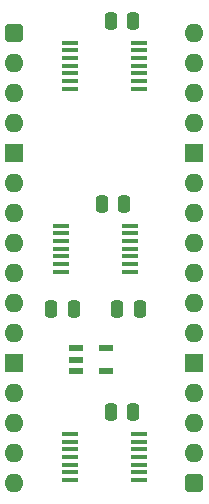
<source format=gbr>
%TF.GenerationSoftware,KiCad,Pcbnew,7.0.5*%
%TF.CreationDate,2024-01-22T11:39:12+02:00*%
%TF.ProjectId,Blank and Sync,426c616e-6b20-4616-9e64-2053796e632e,rev?*%
%TF.SameCoordinates,Original*%
%TF.FileFunction,Soldermask,Top*%
%TF.FilePolarity,Negative*%
%FSLAX46Y46*%
G04 Gerber Fmt 4.6, Leading zero omitted, Abs format (unit mm)*
G04 Created by KiCad (PCBNEW 7.0.5) date 2024-01-22 11:39:12*
%MOMM*%
%LPD*%
G01*
G04 APERTURE LIST*
G04 Aperture macros list*
%AMRoundRect*
0 Rectangle with rounded corners*
0 $1 Rounding radius*
0 $2 $3 $4 $5 $6 $7 $8 $9 X,Y pos of 4 corners*
0 Add a 4 corners polygon primitive as box body*
4,1,4,$2,$3,$4,$5,$6,$7,$8,$9,$2,$3,0*
0 Add four circle primitives for the rounded corners*
1,1,$1+$1,$2,$3*
1,1,$1+$1,$4,$5*
1,1,$1+$1,$6,$7*
1,1,$1+$1,$8,$9*
0 Add four rect primitives between the rounded corners*
20,1,$1+$1,$2,$3,$4,$5,0*
20,1,$1+$1,$4,$5,$6,$7,0*
20,1,$1+$1,$6,$7,$8,$9,0*
20,1,$1+$1,$8,$9,$2,$3,0*%
G04 Aperture macros list end*
%ADD10RoundRect,0.250000X-0.250000X-0.475000X0.250000X-0.475000X0.250000X0.475000X-0.250000X0.475000X0*%
%ADD11RoundRect,0.250000X0.250000X0.475000X-0.250000X0.475000X-0.250000X-0.475000X0.250000X-0.475000X0*%
%ADD12R,1.475000X0.450000*%
%ADD13RoundRect,0.400000X-0.400000X-0.400000X0.400000X-0.400000X0.400000X0.400000X-0.400000X0.400000X0*%
%ADD14O,1.600000X1.600000*%
%ADD15R,1.600000X1.600000*%
%ADD16R,1.150000X0.600000*%
G04 APERTURE END LIST*
D10*
%TO.C,C10*%
X123018000Y-76708000D03*
X124918000Y-76708000D03*
%TD*%
D11*
%TO.C,C3*%
X124378000Y-85471000D03*
X122478000Y-85471000D03*
%TD*%
D12*
%TO.C,IC1*%
X118982000Y-54184000D03*
X118982000Y-54834000D03*
X118982000Y-55484000D03*
X118982000Y-56134000D03*
X118982000Y-56784000D03*
X118982000Y-57434000D03*
X118982000Y-58084000D03*
X124858000Y-58084000D03*
X124858000Y-57434000D03*
X124858000Y-56784000D03*
X124858000Y-56134000D03*
X124858000Y-55484000D03*
X124858000Y-54834000D03*
X124858000Y-54184000D03*
%TD*%
D13*
%TO.C,J1*%
X114300000Y-53340000D03*
D14*
X114300000Y-55880000D03*
X114300000Y-58420000D03*
X114300000Y-60960000D03*
D15*
X114300000Y-63500000D03*
D14*
X114300000Y-66040000D03*
X114300000Y-68580000D03*
X114300000Y-71120000D03*
X114300000Y-73660000D03*
X114300000Y-76200000D03*
X114300000Y-78740000D03*
D15*
X114300000Y-81280000D03*
D14*
X114300000Y-83820000D03*
X114300000Y-86360000D03*
X114300000Y-88900000D03*
X114300000Y-91440000D03*
D13*
X129540000Y-91440000D03*
D14*
X129540000Y-88900000D03*
X129540000Y-86360000D03*
X129540000Y-83820000D03*
D15*
X129540000Y-81280000D03*
D14*
X129540000Y-78740000D03*
X129540000Y-76200000D03*
X129540000Y-73660000D03*
X129540000Y-71120000D03*
X129540000Y-68580000D03*
X129540000Y-66040000D03*
D15*
X129540000Y-63500000D03*
D14*
X129540000Y-60960000D03*
X129540000Y-58420000D03*
X129540000Y-55880000D03*
X129540000Y-53340000D03*
%TD*%
D11*
%TO.C,C5*%
X124378000Y-52324000D03*
X122478000Y-52324000D03*
%TD*%
D16*
%TO.C,IC4*%
X119477000Y-80076000D03*
X119477000Y-81026000D03*
X119477000Y-81976000D03*
X122077000Y-81976000D03*
X122077000Y-80076000D03*
%TD*%
D12*
%TO.C,IC3*%
X118220000Y-69678000D03*
X118220000Y-70328000D03*
X118220000Y-70978000D03*
X118220000Y-71628000D03*
X118220000Y-72278000D03*
X118220000Y-72928000D03*
X118220000Y-73578000D03*
X124096000Y-73578000D03*
X124096000Y-72928000D03*
X124096000Y-72278000D03*
X124096000Y-71628000D03*
X124096000Y-70978000D03*
X124096000Y-70328000D03*
X124096000Y-69678000D03*
%TD*%
D11*
%TO.C,C4*%
X123616000Y-67818000D03*
X121716000Y-67818000D03*
%TD*%
D12*
%TO.C,IC2*%
X118982000Y-87331000D03*
X118982000Y-87981000D03*
X118982000Y-88631000D03*
X118982000Y-89281000D03*
X118982000Y-89931000D03*
X118982000Y-90581000D03*
X118982000Y-91231000D03*
X124858000Y-91231000D03*
X124858000Y-90581000D03*
X124858000Y-89931000D03*
X124858000Y-89281000D03*
X124858000Y-88631000D03*
X124858000Y-87981000D03*
X124858000Y-87331000D03*
%TD*%
D10*
%TO.C,C8*%
X117430000Y-76708000D03*
X119330000Y-76708000D03*
%TD*%
M02*

</source>
